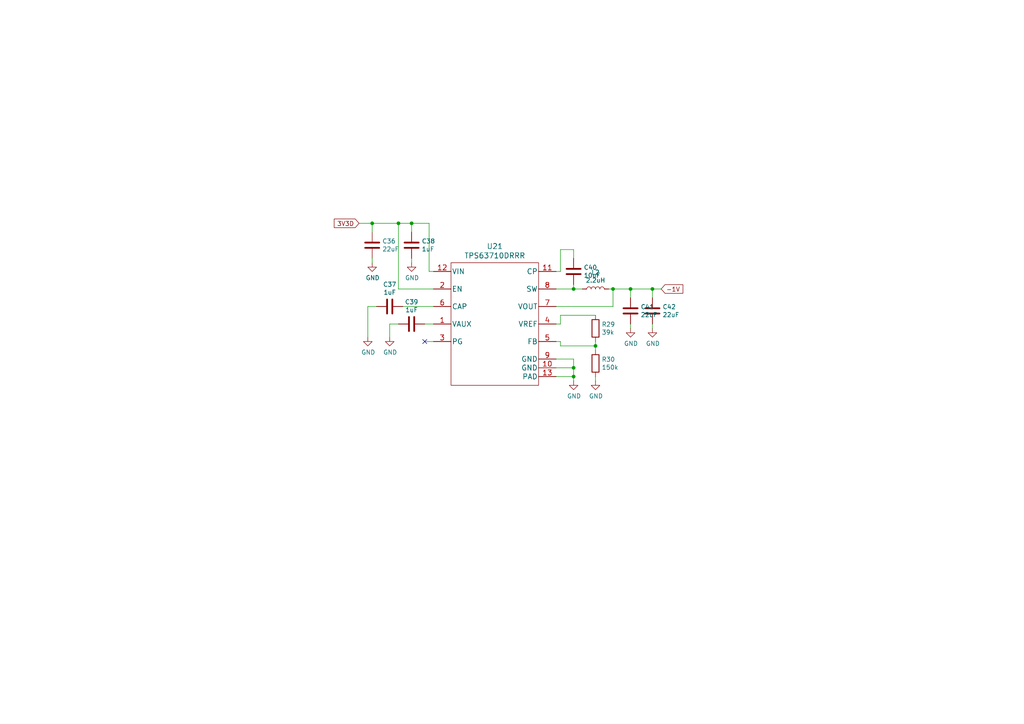
<source format=kicad_sch>
(kicad_sch (version 20211123) (generator eeschema)
  (paper "A4")
  (lib_symbols
    (symbol "Device:C" (pin_numbers hide) (pin_names (offset 0.254))
      (property "Reference" "C" (at 0.635 2.54 0))
      (property "Value" "C" (at 0.635 -2.54 0))
      (symbol "C_0_1"
        (polyline (pts (xy -2.032 -0.762) (xy 2.032 -0.762)) (stroke (width 0.508)))
        (polyline (pts (xy -2.032 0.762) (xy 2.032 0.762)) (stroke (width 0.508)))
      )
      (symbol "C_1_1"
        (pin passive line (at 0 3.81 270) (length 2.794) (name "~") (number "1"))
        (pin passive line (at 0 -3.81 90) (length 2.794) (name "~") (number "2"))
      )
    )
    (symbol "Device:L" (pin_numbers hide) (pin_names (offset 1.016) hide)
      (property "Reference" "L" (at -1.27 0 90))
      (property "Value" "L" (at 1.905 0 90))
      (symbol "L_0_1"
        (arc (start 0 -2.54) (mid 0.635 -1.905) (end 0 -1.27))
        (arc (start 0 -1.27) (mid 0.635 -0.635) (end 0 0))
        (arc (start 0 0) (mid 0.635 0.635) (end 0 1.27))
        (arc (start 0 1.27) (mid 0.635 1.905) (end 0 2.54))
      )
      (symbol "L_1_1"
        (pin passive line (at 0 3.81 270) (length 1.27) (name "1") (number "1"))
        (pin passive line (at 0 -3.81 90) (length 1.27) (name "2") (number "2"))
      )
    )
    (symbol "Device:R" (pin_numbers hide) (pin_names (offset 0))
      (property "Reference" "R" (at 2.032 0 90))
      (property "Value" "R" (at 0 0 90))
      (symbol "R_0_1"
        (rectangle (start -1.016 -2.54) (end 1.016 2.54) (stroke (width 0.254)))
      )
      (symbol "R_1_1"
        (pin passive line (at 0 3.81 270) (length 1.27) (name "~") (number "1"))
        (pin passive line (at 0 -3.81 90) (length 1.27) (name "~") (number "2"))
      )
    )
    (symbol "Ninja-qPCR:TPS63710DRRR" (pin_names (offset 0.254))
      (property "Reference" "U" (at 0 13.97 0))
      (property "Value" "Ninja-qPCR_TPS63710DRRR" (at 0 -24.13 0))
      (symbol "TPS63710DRRR_1_1"
        (rectangle (start -12.7 12.7) (end 12.7 -22.86))
        (pin input line (at -17.78 -5.08 0) (length 5.08) (name "VAUX") (number "1"))
        (pin power_in line (at 17.78 -17.78 180) (length 5.08) (name "GND") (number "10"))
        (pin unspecified line (at 17.78 10.16 180) (length 5.08) (name "CP") (number "11"))
        (pin power_in line (at -17.78 10.16 0) (length 5.08) (name "VIN") (number "12"))
        (pin power_in line (at 17.78 -20.32 180) (length 5.08) (name "PAD") (number "13"))
        (pin input line (at -17.78 5.08 0) (length 5.08) (name "EN") (number "2"))
        (pin open_collector line (at -17.78 -10.16 0) (length 5.08) (name "PG") (number "3"))
        (pin output line (at 17.78 -5.08 180) (length 5.08) (name "VREF") (number "4"))
        (pin input line (at 17.78 -10.16 180) (length 5.08) (name "FB") (number "5"))
        (pin unspecified line (at -17.78 0 0) (length 5.08) (name "CAP") (number "6"))
        (pin input line (at 17.78 0 180) (length 5.08) (name "VOUT") (number "7"))
        (pin power_in line (at 17.78 5.08 180) (length 5.08) (name "SW") (number "8"))
        (pin power_in line (at 17.78 -15.24 180) (length 5.08) (name "GND") (number "9"))
      )
    )
    (symbol "power:GND" (power) (pin_names (offset 0))
      (property "Value" "GND" (at 0 -3.81 0))
      (symbol "GND_0_1"
        (polyline (pts (xy 0 0) (xy 0 -1.27) (xy 1.27 -1.27) (xy 0 -2.54) (xy -1.27 -1.27) (xy 0 -1.27)))
      )
      (symbol "GND_1_1"
        (pin power_in line (at 0 0 270) (length 0) hide (name "GND") (number "1"))
      )
    )
  )
  (junction (at 182.88 83.82))
  (junction (at 166.37 106.68))
  (junction (at 107.95 64.77))
  (junction (at 166.37 109.22))
  (junction (at 119.38 64.77))
  (junction (at 177.8 83.82))
  (junction (at 189.23 83.82))
  (junction (at 172.72 100.33))
  (junction (at 115.57 64.77))
  (junction (at 166.37 83.82))
  (no_connect (at 123.19 99.06))
  (wire (pts (xy 124.46 78.74) (xy 124.46 64.77)))
  (wire (pts (xy 106.68 97.79) (xy 106.68 88.9)))
  (wire (pts (xy 161.29 99.06) (xy 162.56 99.06)))
  (wire (pts (xy 166.37 83.82) (xy 161.29 83.82)))
  (wire (pts (xy 166.37 110.49) (xy 166.37 109.22)))
  (wire (pts (xy 119.38 67.31) (xy 119.38 64.77)))
  (wire (pts (xy 162.56 78.74) (xy 162.56 72.39)))
  (wire (pts (xy 125.73 83.82) (xy 115.57 83.82)))
  (wire (pts (xy 116.84 88.9) (xy 125.73 88.9)))
  (wire (pts (xy 172.72 110.49) (xy 172.72 109.22)))
  (wire (pts (xy 115.57 93.98) (xy 113.03 93.98)))
  (wire (pts (xy 172.72 100.33) (xy 172.72 101.6)))
  (wire (pts (xy 125.73 93.98) (xy 123.19 93.98)))
  (wire (pts (xy 172.72 99.06) (xy 172.72 100.33)))
  (wire (pts (xy 166.37 106.68) (xy 166.37 104.14)))
  (wire (pts (xy 177.8 83.82) (xy 182.88 83.82)))
  (wire (pts (xy 162.56 72.39) (xy 166.37 72.39)))
  (wire (pts (xy 166.37 109.22) (xy 166.37 106.68)))
  (wire (pts (xy 162.56 99.06) (xy 162.56 100.33)))
  (wire (pts (xy 189.23 95.25) (xy 189.23 93.98)))
  (wire (pts (xy 182.88 86.36) (xy 182.88 83.82)))
  (wire (pts (xy 115.57 64.77) (xy 107.95 64.77)))
  (wire (pts (xy 177.8 83.82) (xy 177.8 88.9)))
  (wire (pts (xy 107.95 67.31) (xy 107.95 64.77)))
  (wire (pts (xy 106.68 88.9) (xy 109.22 88.9)))
  (wire (pts (xy 166.37 104.14) (xy 161.29 104.14)))
  (wire (pts (xy 113.03 93.98) (xy 113.03 97.79)))
  (wire (pts (xy 115.57 83.82) (xy 115.57 64.77)))
  (wire (pts (xy 161.29 109.22) (xy 166.37 109.22)))
  (wire (pts (xy 162.56 93.98) (xy 161.29 93.98)))
  (wire (pts (xy 182.88 83.82) (xy 189.23 83.82)))
  (wire (pts (xy 119.38 64.77) (xy 115.57 64.77)))
  (wire (pts (xy 119.38 76.2) (xy 119.38 74.93)))
  (wire (pts (xy 189.23 83.82) (xy 191.77 83.82)))
  (wire (pts (xy 168.91 83.82) (xy 166.37 83.82)))
  (wire (pts (xy 189.23 86.36) (xy 189.23 83.82)))
  (wire (pts (xy 166.37 82.55) (xy 166.37 83.82)))
  (wire (pts (xy 176.53 83.82) (xy 177.8 83.82)))
  (wire (pts (xy 177.8 88.9) (xy 161.29 88.9)))
  (wire (pts (xy 107.95 76.2) (xy 107.95 74.93)))
  (wire (pts (xy 123.19 99.06) (xy 125.73 99.06)))
  (wire (pts (xy 182.88 95.25) (xy 182.88 93.98)))
  (wire (pts (xy 161.29 106.68) (xy 166.37 106.68)))
  (wire (pts (xy 162.56 91.44) (xy 162.56 93.98)))
  (wire (pts (xy 172.72 91.44) (xy 162.56 91.44)))
  (wire (pts (xy 162.56 100.33) (xy 172.72 100.33)))
  (wire (pts (xy 166.37 72.39) (xy 166.37 74.93)))
  (wire (pts (xy 124.46 64.77) (xy 119.38 64.77)))
  (wire (pts (xy 161.29 78.74) (xy 162.56 78.74)))
  (wire (pts (xy 125.73 78.74) (xy 124.46 78.74)))
  (wire (pts (xy 104.14 64.77) (xy 107.95 64.77)))
  (global_label "-1V" (shape input) (at 191.77 83.82 0) (property "Intersheet References" "${INTERSHEET_REFS}" (effects hide)))
  (global_label "3V3D" (shape input) (at 104.14 64.77 180) (property "Intersheet References" "${INTERSHEET_REFS}" (effects hide)))
  (symbol (lib_id "Ninja-qPCR:TPS63710DRRR") (at 143.51 88.9 0) (unit 1)
    (property "Reference" "U21" (at 143.51 71.4502 0) (effects (font (size 1.524 1.524))))
    (property "Value" "TPS63710DRRR" (at 143.51 74.1426 0) (effects (font (size 1.524 1.524))))
    (property "Footprint" "Ninja-qPCR:TPS63710DRRR" (effects hide))
  )
  (symbol (lib_id "power:GND") (at 166.37 110.49 0) (unit 1)
    (property "Reference" "#PWR041" (effects hide))
    (property "Value" "GND" (at 166.497 114.8842 0))
  )
  (symbol (lib_id "Device:C") (at 166.37 78.74 0) (unit 1)
    (property "Reference" "C40" (at 169.291 77.5716 0) (effects (justify left)))
    (property "Value" "10uF" (at 169.291 79.883 0) (effects (justify left)))
    (property "Footprint" "Capacitors_SMD:C_0805" (effects hide))
  )
  (symbol (lib_id "Device:L") (at 172.72 83.82 90) (unit 1)
    (property "Reference" "L2" (at 172.72 78.994 90))
    (property "Value" "2.2uH" (at 172.72 81.3054 90))
    (property "Footprint" "Capacitors_SMD:C_0805" (effects hide))
  )
  (symbol (lib_id "Device:C") (at 182.88 90.17 0) (unit 1)
    (property "Reference" "C41" (at 185.801 89.0016 0) (effects (justify left)))
    (property "Value" "22uF" (at 185.801 91.313 0) (effects (justify left)))
    (property "Footprint" "Capacitors_SMD:C_1210" (effects hide))
  )
  (symbol (lib_id "power:GND") (at 182.88 95.25 0) (unit 1)
    (property "Reference" "#PWR043" (effects hide))
    (property "Value" "GND" (at 183.007 99.6442 0))
  )
  (symbol (lib_id "Device:R") (at 172.72 95.25 0) (unit 1)
    (property "Reference" "R29" (at 174.498 94.0816 0) (effects (justify left)))
    (property "Value" "39k" (at 174.498 96.393 0) (effects (justify left)))
    (property "Footprint" "Resistors_SMD:R_0603" (effects hide))
  )
  (symbol (lib_id "Device:R") (at 172.72 105.41 0) (unit 1)
    (property "Reference" "R30" (at 174.498 104.2416 0) (effects (justify left)))
    (property "Value" "150k" (at 174.498 106.553 0) (effects (justify left)))
    (property "Footprint" "Resistors_SMD:R_0603" (effects hide))
  )
  (symbol (lib_id "power:GND") (at 172.72 110.49 0) (unit 1)
    (property "Reference" "#PWR042" (effects hide))
    (property "Value" "GND" (at 172.847 114.8842 0))
  )
  (symbol (lib_id "Device:C") (at 119.38 93.98 270) (unit 1)
    (property "Reference" "C39" (at 119.38 87.5792 90))
    (property "Value" "1uF" (at 119.38 89.8906 90))
    (property "Footprint" "Capacitors_SMD:C_0603" (effects hide))
  )
  (symbol (lib_id "power:GND") (at 113.03 97.79 0) (unit 1)
    (property "Reference" "#PWR039" (effects hide))
    (property "Value" "GND" (at 113.157 102.1842 0))
  )
  (symbol (lib_id "Device:C") (at 113.03 88.9 270) (unit 1)
    (property "Reference" "C37" (at 113.03 82.4992 90))
    (property "Value" "1uF" (at 113.03 84.8106 90))
    (property "Footprint" "Capacitors_SMD:C_0603" (effects hide))
  )
  (symbol (lib_id "power:GND") (at 106.68 97.79 0) (unit 1)
    (property "Reference" "#PWR037" (effects hide))
    (property "Value" "GND" (at 106.807 102.1842 0))
  )
  (symbol (lib_id "Device:C") (at 119.38 71.12 0) (unit 1)
    (property "Reference" "C38" (at 122.301 69.9516 0) (effects (justify left)))
    (property "Value" "1uF" (at 122.301 72.263 0) (effects (justify left)))
    (property "Footprint" "Capacitors_SMD:C_0603" (effects hide))
  )
  (symbol (lib_id "power:GND") (at 119.38 76.2 0) (unit 1)
    (property "Reference" "#PWR040" (effects hide))
    (property "Value" "GND" (at 119.507 80.5942 0))
  )
  (symbol (lib_id "Device:C") (at 107.95 71.12 0) (unit 1)
    (property "Reference" "C36" (at 110.871 69.9516 0) (effects (justify left)))
    (property "Value" "22uF" (at 110.871 72.263 0) (effects (justify left)))
    (property "Footprint" "Capacitors_SMD:C_1210" (effects hide))
  )
  (symbol (lib_id "power:GND") (at 107.95 76.2 0) (unit 1)
    (property "Reference" "#PWR038" (effects hide))
    (property "Value" "GND" (at 108.077 80.5942 0))
  )
  (symbol (lib_id "Device:C") (at 189.23 90.17 0) (unit 1)
    (property "Reference" "C42" (at 192.151 89.0016 0) (effects (justify left)))
    (property "Value" "22uF" (at 192.151 91.313 0) (effects (justify left)))
    (property "Footprint" "Capacitors_SMD:C_1210" (effects hide))
  )
  (symbol (lib_id "power:GND") (at 189.23 95.25 0) (unit 1)
    (property "Reference" "#PWR044" (effects hide))
    (property "Value" "GND" (at 189.357 99.6442 0))
  )
)
</source>
